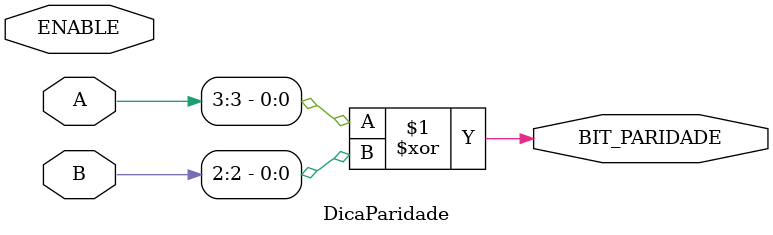
<source format=sv>
module DicaParidade (
	input logic ENABLE,
	input logic [0:3] A,
	input logic [0:2] B,
	output logic BIT_PARIDADE
);

assign BIT_PARIDADE = A[3] ^ B[2];

endmodule
</source>
